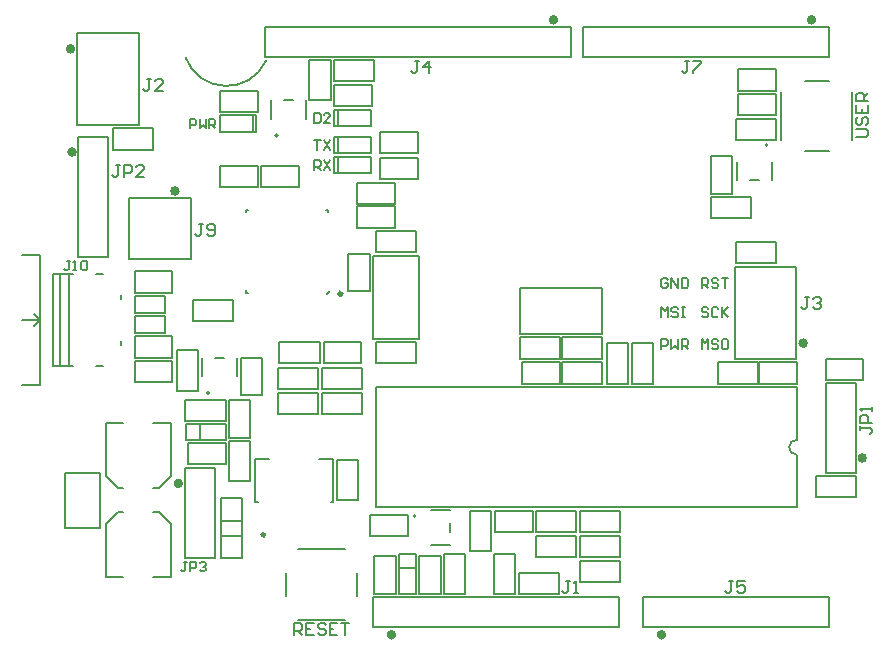
<source format=gto>
G04 Layer_Color=65535*
%FSLAX44Y44*%
%MOMM*%
G71*
G01*
G75*
%ADD33C,0.2000*%
%ADD35C,0.4000*%
%ADD61C,0.3000*%
%ADD62C,0.1500*%
%ADD63C,0.1800*%
D33*
X188000Y434000D02*
G03*
X188000Y434000I-1000J0D01*
G01*
X603000Y426000D02*
G03*
X603000Y426000I-1000J0D01*
G01*
X305000Y112000D02*
G03*
X305000Y112000I-1000J0D01*
G01*
X130000Y216000D02*
G03*
X130000Y216000I-1000J0D01*
G01*
X627500Y176450D02*
G03*
X627500Y163750I0J-6350D01*
G01*
X110052Y500019D02*
G03*
X178207Y497308I34648J12981D01*
G01*
X188500Y198000D02*
Y216000D01*
Y198000D02*
X222500D01*
Y216000D01*
X188500D02*
X222500D01*
X478000Y77000D02*
Y95000D01*
X444000D02*
X478000D01*
X444000Y77000D02*
Y95000D01*
Y77000D02*
X478000D01*
X488000Y258000D02*
X506000D01*
X488000Y224000D02*
Y258000D01*
Y224000D02*
X506000D01*
Y258000D01*
X305000Y241000D02*
Y259000D01*
X271000D02*
X305000D01*
X271000Y241000D02*
Y259000D01*
Y241000D02*
X305000D01*
Y335000D02*
Y353000D01*
X271000D02*
X305000D01*
X271000Y335000D02*
Y353000D01*
Y335000D02*
X305000D01*
X215000Y498000D02*
X233000D01*
X215000Y464000D02*
Y498000D01*
Y464000D02*
X233000D01*
Y498000D01*
X150000Y277000D02*
Y295000D01*
X116000D02*
X150000D01*
X116000Y277000D02*
Y295000D01*
Y277000D02*
X150000D01*
X189500Y241000D02*
Y259000D01*
Y241000D02*
X223500D01*
Y259000D01*
X189500D02*
X223500D01*
X188500Y219000D02*
Y237000D01*
Y219000D02*
X222500D01*
Y237000D01*
X188500D02*
X222500D01*
X259500Y219000D02*
Y237000D01*
X225500D02*
X259500D01*
X225500Y219000D02*
Y237000D01*
Y219000D02*
X259500D01*
X610000Y430000D02*
Y448000D01*
X576000D02*
X610000D01*
X576000Y430000D02*
Y448000D01*
Y430000D02*
X610000D01*
X555000Y364000D02*
Y382000D01*
Y364000D02*
X589000D01*
Y382000D01*
X555000D02*
X589000D01*
X463000Y245000D02*
Y263000D01*
X429000D02*
X463000D01*
X429000Y245000D02*
Y263000D01*
Y245000D02*
X463000D01*
X393000D02*
Y263000D01*
Y245000D02*
X427000D01*
Y263000D01*
X393000D02*
X427000D01*
X478000Y98000D02*
Y116000D01*
X444000D02*
X478000D01*
X444000Y98000D02*
Y116000D01*
Y98000D02*
X478000D01*
X407000D02*
Y116000D01*
Y98000D02*
X441000D01*
Y116000D01*
X407000D02*
X441000D01*
X429000Y224000D02*
Y242000D01*
Y224000D02*
X463000D01*
Y242000D01*
X429000D02*
X463000D01*
X560500Y224000D02*
Y242000D01*
Y224000D02*
X594500D01*
Y242000D01*
X560500D02*
X594500D01*
X329000Y46000D02*
X347000D01*
Y80000D01*
X329000D02*
X347000D01*
X329000Y46000D02*
Y80000D01*
X48500Y422000D02*
Y440000D01*
Y422000D02*
X82500D01*
Y440000D01*
X48500D02*
X82500D01*
X351000Y82000D02*
X369000D01*
Y116000D01*
X351000D02*
X369000D01*
X351000Y82000D02*
Y116000D01*
X110000Y192000D02*
Y210000D01*
Y192000D02*
X144000D01*
Y210000D01*
X110000D02*
X144000D01*
X103000Y218000D02*
X121000D01*
Y252000D01*
X103000D02*
X121000D01*
X103000Y218000D02*
Y252000D01*
X678000Y128000D02*
Y146000D01*
X644000D02*
X678000D01*
X644000Y128000D02*
Y146000D01*
Y128000D02*
X678000D01*
X426000Y46000D02*
Y64000D01*
X392000D02*
X426000D01*
X392000Y46000D02*
Y64000D01*
Y46000D02*
X426000D01*
X371000Y80000D02*
X389000D01*
X371000Y46000D02*
Y80000D01*
Y46000D02*
X389000D01*
Y80000D01*
X478000Y56000D02*
Y74000D01*
X444000D02*
X478000D01*
X444000Y56000D02*
Y74000D01*
Y56000D02*
X478000D01*
X67000Y298000D02*
X93000D01*
X67000Y284000D02*
Y298000D01*
Y284000D02*
X93000D01*
Y298000D01*
X67000Y281000D02*
X93000D01*
X67000Y267000D02*
Y281000D01*
Y267000D02*
X93000D01*
Y281000D01*
X157000Y214000D02*
Y246000D01*
Y214000D02*
X175000D01*
Y246000D01*
X157000D02*
X175000D01*
X595500Y242000D02*
X627500D01*
X595500Y224000D02*
Y242000D01*
Y224000D02*
X627500D01*
Y242000D01*
X578000Y490000D02*
X610000D01*
X578000Y472000D02*
Y490000D01*
Y472000D02*
X610000D01*
Y490000D01*
X266000Y113000D02*
X298000D01*
X266000Y95000D02*
Y113000D01*
Y95000D02*
X298000D01*
Y113000D01*
X288000Y46000D02*
Y78000D01*
X270000D02*
X288000D01*
X270000Y46000D02*
Y78000D01*
Y46000D02*
X288000D01*
X112000Y174000D02*
X144000D01*
X112000Y156000D02*
Y174000D01*
Y156000D02*
X144000D01*
Y174000D01*
X275000Y397000D02*
X307000D01*
Y415000D01*
X275000D02*
X307000D01*
X275000Y397000D02*
Y415000D01*
X67000Y243000D02*
X99000D01*
X67000Y225000D02*
Y243000D01*
Y225000D02*
X99000D01*
Y243000D01*
X275000Y419000D02*
X307000D01*
Y437000D01*
X275000D02*
X307000D01*
X275000Y419000D02*
Y437000D01*
X266000Y302000D02*
Y334000D01*
X248000D02*
X266000D01*
X248000Y302000D02*
Y334000D01*
Y302000D02*
X266000D01*
X174000Y408000D02*
X206000D01*
X174000Y390000D02*
Y408000D01*
Y390000D02*
X206000D01*
Y408000D01*
X67000Y246000D02*
X99000D01*
Y264000D01*
X67000D02*
X99000D01*
X67000Y246000D02*
Y264000D01*
Y301000D02*
X99000D01*
Y319000D01*
X67000D02*
X99000D01*
X67000Y301000D02*
Y319000D01*
X236000Y477000D02*
X268000D01*
X236000Y459000D02*
Y477000D01*
Y459000D02*
X268000D01*
Y477000D01*
X139000Y408000D02*
X171000D01*
X139000Y390000D02*
Y408000D01*
Y390000D02*
X171000D01*
Y408000D01*
X227000Y241000D02*
X259000D01*
Y259000D01*
X227000D02*
X259000D01*
X227000Y241000D02*
Y259000D01*
X578000Y469000D02*
X610000D01*
X578000Y451000D02*
Y469000D01*
Y451000D02*
X610000D01*
Y469000D01*
X555000Y384500D02*
Y416500D01*
Y384500D02*
X573000D01*
Y416500D01*
X555000D02*
X573000D01*
X395000Y242000D02*
X427000D01*
X395000Y224000D02*
Y242000D01*
Y224000D02*
X427000D01*
Y242000D01*
X372000Y116000D02*
X404000D01*
X372000Y98000D02*
Y116000D01*
Y98000D02*
X404000D01*
Y116000D01*
X326000Y46000D02*
Y78000D01*
X308000D02*
X326000D01*
X308000Y46000D02*
Y78000D01*
Y46000D02*
X326000D01*
X140000Y76000D02*
Y108000D01*
Y76000D02*
X158000D01*
Y108000D01*
X140000D02*
X158000D01*
X140000Y95000D02*
Y127000D01*
Y95000D02*
X158000D01*
Y127000D01*
X140000D02*
X158000D01*
X139000Y454000D02*
X171000D01*
Y472000D01*
X139000D02*
X171000D01*
X139000Y454000D02*
Y472000D01*
X165000Y178000D02*
Y210000D01*
X147000D02*
X165000D01*
X147000Y178000D02*
Y210000D01*
Y178000D02*
X165000D01*
X652000Y245000D02*
X684000D01*
X652000Y227000D02*
Y245000D01*
Y227000D02*
X684000D01*
Y245000D01*
X255000Y376000D02*
X287000D01*
Y394000D01*
X255000D02*
X287000D01*
X255000Y376000D02*
Y394000D01*
Y356000D02*
X287000D01*
Y374000D01*
X255000D02*
X287000D01*
X255000Y356000D02*
Y374000D01*
X230000Y300000D02*
X232000Y302000D01*
X161000Y301000D02*
X163000D01*
X161000D02*
Y303000D01*
Y369000D02*
Y371000D01*
X163000D01*
X229000D02*
X231000D01*
Y369000D02*
Y371000D01*
X634500Y420500D02*
X654500D01*
X634500Y480500D02*
X654500D01*
X674500Y430500D02*
Y470500D01*
X614500Y430500D02*
Y470500D01*
X195000Y44000D02*
Y64000D01*
X255000Y44000D02*
Y64000D01*
X205000Y24000D02*
X245000D01*
X205000Y84000D02*
X245000D01*
X8000Y148000D02*
X38000D01*
Y102000D02*
Y148000D01*
X8000Y102000D02*
X38000D01*
X8000D02*
Y148000D01*
X212000Y448000D02*
Y464000D01*
X182000Y448000D02*
Y464000D01*
X193000D02*
X201000D01*
X577000Y396000D02*
Y412000D01*
X607000Y396000D02*
Y412000D01*
X588000Y396000D02*
X596000D01*
X318000Y87000D02*
X334000D01*
X318000Y117000D02*
X334000D01*
Y98000D02*
Y106000D01*
X154000Y230000D02*
Y246000D01*
X124000Y230000D02*
Y246000D01*
X135000D02*
X143000D01*
X87500Y115500D02*
X97500Y105500D01*
X82500Y115500D02*
X87500D01*
X42500Y105500D02*
X52500Y115500D01*
X57500D01*
X97500Y60500D02*
Y105500D01*
X82500Y60500D02*
X97500D01*
X42500D02*
Y105500D01*
Y60500D02*
X57500D01*
X42500Y145500D02*
X52500Y135500D01*
X57500D01*
X87500D02*
X97500Y145500D01*
X82500Y135500D02*
X87500D01*
X42500Y145500D02*
Y190500D01*
X57500D01*
X97500Y145500D02*
Y190500D01*
X82500D02*
X97500D01*
X627500Y119100D02*
Y163750D01*
Y176450D02*
Y221100D01*
X271500D02*
X627500D01*
X271500Y119100D02*
Y221100D01*
Y119100D02*
X627500D01*
X139000Y437000D02*
Y451000D01*
X170000D01*
Y437000D02*
Y451000D01*
X139000Y437000D02*
X170000D01*
X167240D02*
Y451000D01*
X235000Y124000D02*
Y160000D01*
X169000Y124000D02*
Y160000D01*
X181000D01*
X223000D02*
X235000D01*
X233000Y124000D02*
X235000D01*
X169000D02*
X171000D01*
X-18000Y273000D02*
X-13000Y278000D01*
X-13000D01*
X-18000Y283000D02*
X-13000Y278000D01*
X-28000D02*
X-13000D01*
X-28000Y333000D02*
X-13000D01*
X-28000Y223000D02*
X-13000D01*
Y333000D01*
X-2000Y239000D02*
Y317000D01*
Y239000D02*
X15000D01*
X34000D02*
X40000D01*
X-2000Y317000D02*
X15000D01*
X34000D02*
X40000D01*
X55000Y257000D02*
Y260000D01*
Y296000D02*
Y299000D01*
X4000Y239000D02*
Y317000D01*
X11000Y239000D02*
Y317000D01*
X109300Y75900D02*
X134700D01*
Y152100D01*
X109300D02*
X134700D01*
X109300Y75900D02*
Y152100D01*
X652300Y224500D02*
X677700D01*
X652300Y148300D02*
Y224500D01*
Y148300D02*
X677700D01*
Y224500D01*
X19300Y331100D02*
X44700D01*
Y432700D01*
X19300D02*
X44700D01*
X19300Y331100D02*
Y432700D01*
X238760Y402000D02*
Y416000D01*
X236000D02*
X267000D01*
X236000Y402000D02*
Y416000D01*
Y402000D02*
X267000D01*
Y416000D01*
X238760Y419000D02*
Y433000D01*
X236000D02*
X267000D01*
X236000Y419000D02*
Y433000D01*
Y419000D02*
X267000D01*
Y433000D01*
X238760Y442000D02*
Y456000D01*
X236000D02*
X267000D01*
X236000Y442000D02*
Y456000D01*
Y442000D02*
X267000D01*
Y456000D01*
X308000Y262000D02*
Y332000D01*
X269000D02*
X308000D01*
X269000Y262000D02*
Y332000D01*
Y262000D02*
X308000D01*
X393000Y305000D02*
X463000D01*
X393000Y266000D02*
Y305000D01*
Y266000D02*
X463000D01*
Y305000D01*
X62000Y381300D02*
X114600D01*
X62000Y329300D02*
Y381300D01*
Y329300D02*
X114600D01*
Y381300D01*
X18300Y443000D02*
Y521000D01*
Y443000D02*
X70300D01*
Y521000D01*
X18300D02*
X70300D01*
X627300Y244600D02*
Y322600D01*
X575300D02*
X627300D01*
X575300Y244600D02*
Y322600D01*
Y244600D02*
X627300D01*
X177720Y525700D02*
X436800D01*
Y500300D02*
Y525700D01*
X177720Y500300D02*
X436800D01*
X177720D02*
Y525700D01*
X655240Y17700D02*
Y43100D01*
X497760D02*
X655240D01*
X497760Y17700D02*
Y43100D01*
Y17700D02*
X655240D01*
X446960Y525700D02*
X655240D01*
Y500300D02*
Y525700D01*
X446960Y500300D02*
X655240D01*
X446960D02*
Y525700D01*
X269160Y17700D02*
X477440D01*
X269160D02*
Y43100D01*
X477440D01*
Y17700D02*
Y43100D01*
X225500Y198000D02*
X259500D01*
X225500D02*
Y216000D01*
X259500D01*
Y198000D02*
Y216000D01*
X407000Y77000D02*
Y95000D01*
Y77000D02*
X441000D01*
Y95000D01*
X407000D02*
X441000D01*
X256000Y125000D02*
Y159000D01*
X238000Y125000D02*
X256000D01*
X238000D02*
Y159000D01*
X256000D01*
X147000Y175500D02*
X165000D01*
X147000Y141500D02*
Y175500D01*
Y141500D02*
X165000D01*
Y175500D01*
X236000Y498000D02*
X270000D01*
Y480000D02*
Y498000D01*
X236000Y480000D02*
X270000D01*
X236000D02*
Y498000D01*
X467000Y258000D02*
X485000D01*
X467000Y224000D02*
Y258000D01*
Y224000D02*
X485000D01*
Y258000D01*
X576000Y326000D02*
X610000D01*
X576000D02*
Y344000D01*
X610000D01*
Y326000D02*
Y344000D01*
X637664Y296997D02*
X634332D01*
X635998D01*
Y288666D01*
X634332Y287000D01*
X632666D01*
X631000Y288666D01*
X640997Y295331D02*
X642663Y296997D01*
X645995D01*
X647661Y295331D01*
Y293664D01*
X645995Y291998D01*
X644329D01*
X645995D01*
X647661Y290332D01*
Y288666D01*
X645995Y287000D01*
X642663D01*
X640997Y288666D01*
X80665Y481997D02*
X77332D01*
X78998D01*
Y473666D01*
X77332Y472000D01*
X75666D01*
X74000Y473666D01*
X90661Y472000D02*
X83997D01*
X90661Y478665D01*
Y480331D01*
X88995Y481997D01*
X85663D01*
X83997Y480331D01*
X307665Y496997D02*
X304332D01*
X305998D01*
Y488666D01*
X304332Y487000D01*
X302666D01*
X301000Y488666D01*
X315995Y487000D02*
Y496997D01*
X310997Y491998D01*
X317661D01*
X435664Y56997D02*
X432332D01*
X433998D01*
Y48666D01*
X432332Y47000D01*
X430666D01*
X429000Y48666D01*
X438997Y47000D02*
X442329D01*
X440663D01*
Y56997D01*
X438997Y55331D01*
X573665Y56997D02*
X570332D01*
X571998D01*
Y48666D01*
X570332Y47000D01*
X568666D01*
X567000Y48666D01*
X583661Y56997D02*
X576997D01*
Y51998D01*
X580329Y53664D01*
X581995D01*
X583661Y51998D01*
Y48666D01*
X581995Y47000D01*
X578663D01*
X576997Y48666D01*
X536665Y496997D02*
X533332D01*
X534998D01*
Y488666D01*
X533332Y487000D01*
X531666D01*
X530000Y488666D01*
X539997Y496997D02*
X546661D01*
Y495331D01*
X539997Y488666D01*
Y487000D01*
X124664Y358997D02*
X121332D01*
X122998D01*
Y350666D01*
X121332Y349000D01*
X119666D01*
X118000Y350666D01*
X127997D02*
X129663Y349000D01*
X132995D01*
X134661Y350666D01*
Y357331D01*
X132995Y358997D01*
X129663D01*
X127997Y357331D01*
Y355664D01*
X129663Y353998D01*
X134661D01*
X681003Y187665D02*
Y184332D01*
Y185998D01*
X689334D01*
X691000Y184332D01*
Y182666D01*
X689334Y181000D01*
X691000Y190997D02*
X681003D01*
Y195995D01*
X682669Y197661D01*
X686002D01*
X687668Y195995D01*
Y190997D01*
X691000Y200994D02*
Y204326D01*
Y202660D01*
X681003D01*
X682669Y200994D01*
X54665Y408997D02*
X51332D01*
X52998D01*
Y400666D01*
X51332Y399000D01*
X49666D01*
X48000Y400666D01*
X57997Y399000D02*
Y408997D01*
X62995D01*
X64661Y407331D01*
Y403998D01*
X62995Y402332D01*
X57997D01*
X74658Y399000D02*
X67994D01*
X74658Y405664D01*
Y407331D01*
X72992Y408997D01*
X69660D01*
X67994Y407331D01*
X202000Y11000D02*
Y20997D01*
X206998D01*
X208664Y19331D01*
Y15998D01*
X206998Y14332D01*
X202000D01*
X205332D02*
X208664Y11000D01*
X218661Y20997D02*
X211997D01*
Y11000D01*
X218661D01*
X211997Y15998D02*
X215329D01*
X228658Y19331D02*
X226992Y20997D01*
X223660D01*
X221994Y19331D01*
Y17665D01*
X223660Y15998D01*
X226992D01*
X228658Y14332D01*
Y12666D01*
X226992Y11000D01*
X223660D01*
X221994Y12666D01*
X238655Y20997D02*
X231990D01*
Y11000D01*
X238655D01*
X231990Y15998D02*
X235323D01*
X241987Y20997D02*
X248652D01*
X245319D01*
Y11000D01*
X678003Y433000D02*
X686334D01*
X688000Y434666D01*
Y437998D01*
X686334Y439664D01*
X678003D01*
X679669Y449661D02*
X678003Y447995D01*
Y444663D01*
X679669Y442997D01*
X681336D01*
X683002Y444663D01*
Y447995D01*
X684668Y449661D01*
X686334D01*
X688000Y447995D01*
Y444663D01*
X686334Y442997D01*
X678003Y459658D02*
Y452994D01*
X688000D01*
Y459658D01*
X683002Y452994D02*
Y456326D01*
X688000Y462990D02*
X678003D01*
Y467989D01*
X679669Y469655D01*
X683002D01*
X684668Y467989D01*
Y462990D01*
Y466323D02*
X688000Y469655D01*
D35*
X106000Y139400D02*
G03*
X106000Y139400I-2000J0D01*
G01*
X685000Y161000D02*
G03*
X685000Y161000I-2000J0D01*
G01*
X16000Y420000D02*
G03*
X16000Y420000I-2000J0D01*
G01*
X103000Y387000D02*
G03*
X103000Y387000I-2000J0D01*
G01*
X14600Y507400D02*
G03*
X14600Y507400I-2000J0D01*
G01*
X635000Y258200D02*
G03*
X635000Y258200I-2000J0D01*
G01*
X423560Y532000D02*
G03*
X423560Y532000I-2000J0D01*
G01*
X515000Y11400D02*
G03*
X515000Y11400I-2000J0D01*
G01*
X642000Y532000D02*
G03*
X642000Y532000I-2000J0D01*
G01*
X286400Y11400D02*
G03*
X286400Y11400I-2000J0D01*
G01*
D61*
X242414Y300000D02*
G03*
X242414Y300000I-1414J0D01*
G01*
X177000Y96000D02*
G03*
X177000Y96000I-1000J0D01*
G01*
D62*
X292000Y68160D02*
X304000D01*
X305000Y46000D02*
Y80000D01*
X291000D02*
X305000D01*
X291000Y46000D02*
Y80000D01*
Y46000D02*
X305000D01*
X122090Y177000D02*
Y189000D01*
X110250Y190000D02*
X144250D01*
X110250Y176000D02*
Y190000D01*
Y176000D02*
X144250D01*
Y190000D01*
D63*
X12332Y327997D02*
X9666D01*
X10999D01*
Y321333D01*
X9666Y320000D01*
X8333D01*
X7000Y321333D01*
X14997Y320000D02*
X17663D01*
X16330D01*
Y327997D01*
X14997Y326665D01*
X21662D02*
X22995Y327997D01*
X25661D01*
X26994Y326665D01*
Y321333D01*
X25661Y320000D01*
X22995D01*
X21662Y321333D01*
Y326665D01*
X111332Y72997D02*
X108666D01*
X109999D01*
Y66333D01*
X108666Y65000D01*
X107333D01*
X106000Y66333D01*
X113997Y65000D02*
Y72997D01*
X117996D01*
X119329Y71665D01*
Y68999D01*
X117996Y67666D01*
X113997D01*
X121995Y71665D02*
X123328Y72997D01*
X125994D01*
X127326Y71665D01*
Y70332D01*
X125994Y68999D01*
X124661D01*
X125994D01*
X127326Y67666D01*
Y66333D01*
X125994Y65000D01*
X123328D01*
X121995Y66333D01*
X219000Y405000D02*
Y412997D01*
X222999D01*
X224332Y411665D01*
Y408999D01*
X222999Y407666D01*
X219000D01*
X221666D02*
X224332Y405000D01*
X226997Y412997D02*
X232329Y405000D01*
Y412997D02*
X226997Y405000D01*
X219000Y429997D02*
X224332D01*
X221666D01*
Y422000D01*
X226997Y429997D02*
X232329Y422000D01*
Y429997D02*
X226997Y422000D01*
X219000Y452997D02*
Y445000D01*
X222999D01*
X224332Y446333D01*
Y451665D01*
X222999Y452997D01*
X219000D01*
X232329Y445000D02*
X226997D01*
X232329Y450332D01*
Y451665D01*
X230996Y452997D01*
X228330D01*
X226997Y451665D01*
X114000Y440000D02*
Y447997D01*
X117999D01*
X119332Y446665D01*
Y443999D01*
X117999Y442666D01*
X114000D01*
X121997Y447997D02*
Y440000D01*
X124663Y442666D01*
X127329Y440000D01*
Y447997D01*
X129995Y440000D02*
Y447997D01*
X133994D01*
X135326Y446665D01*
Y443999D01*
X133994Y442666D01*
X129995D01*
X132661D02*
X135326Y440000D01*
X518665Y312081D02*
X517249Y313497D01*
X514416D01*
X513000Y312081D01*
Y306416D01*
X514416Y305000D01*
X517249D01*
X518665Y306416D01*
Y309249D01*
X515832D01*
X521497Y305000D02*
Y313497D01*
X527162Y305000D01*
Y313497D01*
X529995D02*
Y305000D01*
X534243D01*
X535659Y306416D01*
Y312081D01*
X534243Y313497D01*
X529995D01*
X547000Y305000D02*
Y313497D01*
X551249D01*
X552665Y312081D01*
Y309249D01*
X551249Y307832D01*
X547000D01*
X549832D02*
X552665Y305000D01*
X561162Y312081D02*
X559746Y313497D01*
X556913D01*
X555497Y312081D01*
Y310665D01*
X556913Y309249D01*
X559746D01*
X561162Y307832D01*
Y306416D01*
X559746Y305000D01*
X556913D01*
X555497Y306416D01*
X563994Y313497D02*
X569659D01*
X566827D01*
Y305000D01*
X552665Y287081D02*
X551249Y288497D01*
X548416D01*
X547000Y287081D01*
Y285665D01*
X548416Y284249D01*
X551249D01*
X552665Y282832D01*
Y281416D01*
X551249Y280000D01*
X548416D01*
X547000Y281416D01*
X561162Y287081D02*
X559746Y288497D01*
X556913D01*
X555497Y287081D01*
Y281416D01*
X556913Y280000D01*
X559746D01*
X561162Y281416D01*
X563994Y288497D02*
Y280000D01*
Y282832D01*
X569659Y288497D01*
X565411Y284249D01*
X569659Y280000D01*
X513000D02*
Y288497D01*
X515832Y285665D01*
X518665Y288497D01*
Y280000D01*
X527162Y287081D02*
X525746Y288497D01*
X522914D01*
X521497Y287081D01*
Y285665D01*
X522914Y284249D01*
X525746D01*
X527162Y282832D01*
Y281416D01*
X525746Y280000D01*
X522914D01*
X521497Y281416D01*
X529995Y288497D02*
X532827D01*
X531411D01*
Y280000D01*
X529995D01*
X532827D01*
X547000Y253000D02*
Y261497D01*
X549832Y258665D01*
X552665Y261497D01*
Y253000D01*
X561162Y260081D02*
X559746Y261497D01*
X556913D01*
X555497Y260081D01*
Y258665D01*
X556913Y257249D01*
X559746D01*
X561162Y255832D01*
Y254416D01*
X559746Y253000D01*
X556913D01*
X555497Y254416D01*
X568243Y261497D02*
X565411D01*
X563994Y260081D01*
Y254416D01*
X565411Y253000D01*
X568243D01*
X569659Y254416D01*
Y260081D01*
X568243Y261497D01*
X513000Y253000D02*
Y261497D01*
X517249D01*
X518665Y260081D01*
Y257249D01*
X517249Y255832D01*
X513000D01*
X521497Y261497D02*
Y253000D01*
X524330Y255832D01*
X527162Y253000D01*
Y261497D01*
X529995Y253000D02*
Y261497D01*
X534243D01*
X535659Y260081D01*
Y257249D01*
X534243Y255832D01*
X529995D01*
X532827D02*
X535659Y253000D01*
M02*

</source>
